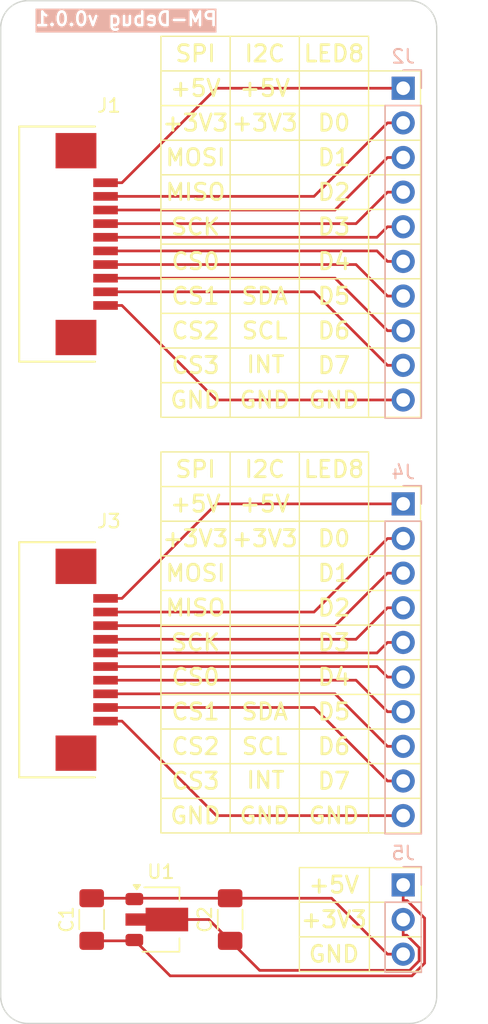
<source format=kicad_pcb>
(kicad_pcb (version 20240108) (generator "pcbnew") (generator_version "8.0")
  (layers (0 "F.Cu" signal) (31 "B.Cu" signal) (34 "B.Paste" user) (35 "F.Paste" user) (36 "B.SilkS" user "B.Silkscreen") (37 "F.SilkS" user "F.Silkscreen") (38 "B.Mask" user) (39 "F.Mask" user) (44 "Edge.Cuts" user))
  (property "article" "PM-Debug")
  (property "version" "0.0.1")
  (net 0 "")
  (net 1 "Net-(J1-Pin_9)")
  (net 2 "Net-(J1-Pin_1)")
  (net 3 "Net-(J1-Pin_7)")
  (net 4 "Net-(J1-Pin_4)")
  (net 5 "Net-(J1-Pin_6)")
  (net 6 "Net-(J1-Pin_3)")
  (net 7 "Net-(J1-Pin_10)")
  (net 8 "Net-(J1-Pin_8)")
  (net 9 "Net-(J1-Pin_5)")
  (net 10 "Net-(J1-Pin_2)")
  (net 11 "Net-(J3-Pin_4)")
  (net 12 "Net-(J3-Pin_7)")
  (net 13 "Net-(J3-Pin_2)")
  (net 14 "Net-(J3-Pin_1)")
  (net 15 "Net-(J3-Pin_6)")
  (net 16 "Net-(J3-Pin_8)")
  (net 17 "Net-(J3-Pin_3)")
  (net 18 "Net-(J3-Pin_9)")
  (net 19 "Net-(J3-Pin_5)")
  (net 20 "GND")
  (net 21 "+5V")
  (net 22 "+3.3V")
  (net 23 "Net-(J3-Pin_10)")
  (footprint "Package_TO_SOT_SMD:SOT-89-3" (layer "F.Cu") (at 111.76 119.38)
    (property "Reference" "U1" (at 0 -3.5 0) (layer "F.SilkS"))
    (property "Value" "CJA1117B-3.3")
    (fp_line (start -1.22 -2.36) (end 1.36 -2.36) (stroke (width 0.12)) (layer "F.SilkS"))
    (fp_line (start 1.36 -1.38) (end 1.36 -2.36) (stroke (width 0.12)) (layer "F.SilkS"))
    (fp_line (start 1.36 1.38) (end 1.36 2.36) (stroke (width 0.12)) (layer "F.SilkS"))
    (fp_line (start 1.36 2.36) (end -1.36 2.36) (stroke (width 0.12)) (layer "F.SilkS"))
    (fp_poly (pts (xy -1.77 -2.21) (xy -2.01 -2.54) (xy -1.53 -2.54) (xy -1.77 -2.21)) (stroke (width 0.12)) (fill solid) (layer "F.SilkS"))
    (pad "1" smd roundrect (at -1.95 -1.5) (size 1.3 0.9) (layers "F.Cu" "F.Paste" "F.Mask") (net 20 "GND"))
    (pad "2" smd custom (at -1.8625 0) (size 1.475 0.9) (layers "F.Cu" "F.Paste" "F.Mask") (net 22 "+3.3V") (options (clearance outline) (anchor rect)) (primitives (gr_poly (pts (xy 3.8625 0.8665) (xy 0.7375 0.8665) (xy 0.7375 -0.8665) (xy 3.8625 -0.8665)) (width 0) (fill yes))))
    (pad "3" smd roundrect (at -1.95 1.5) (size 1.3 0.9) (layers "F.Cu" "F.Paste" "F.Mask") (net 21 "+5V"))
  )
  (footprint "Capacitor_SMD:C_1206_3216Metric_Pad1.33x1.80mm_HandSolder" (layer "F.Cu") (at 116.84 119.38 90)
    (property "Reference" "C2" (at 0 -1.85 90) (layer "F.SilkS"))
    (property "Value" "22uF")
    (fp_line (start -0.711252 -0.91) (end 0.711252 -0.91) (stroke (width 0.12)) (layer "F.SilkS"))
    (fp_line (start -0.711252 0.91) (end 0.711252 0.91) (stroke (width 0.12)) (layer "F.SilkS"))
    (pad "1" smd roundrect (at -1.5625 0 90) (size 1.325 1.8) (layers "F.Cu" "F.Paste" "F.Mask") (roundrect_rratio 0.188679) (net 22 "+3.3V"))
    (pad "2" smd roundrect (at 1.5625 0 90) (size 1.325 1.8) (layers "F.Cu" "F.Paste" "F.Mask") (roundrect_rratio 0.188679) (net 20 "GND"))
  )
  (footprint "kicad_inventree_lib:CONN10_AFA07-S10_JUS" (layer "F.Cu") (at 104.14 69.85 -90)
    (property "Reference" "J1" (at -10.16 -3.81 0) (layer "F.SilkS"))
    (property "Value" "AFA07-S10FCC-00")
    (fp_line (start -8.6233 2.7813) (end 8.6233 2.7813) (stroke (width 0.1524)) (layer "F.SilkS"))
    (fp_line (start 8.6233 2.7813) (end 8.6233 -2.7813) (stroke (width 0.1524)) (layer "F.SilkS"))
    (fp_line (start -8.6233 -2.7813) (end -8.6233 2.7813) (stroke (width 0.1524)) (layer "F.SilkS"))
    (pad "1" smd rect (at -4.499991 -3.556 270) (size 0.635 1.8034) (layers "F.Cu" "F.Paste" "F.Mask") (net 2 "Net-(J1-Pin_1)"))
    (pad "2" smd rect (at -3.499993 -3.556 270) (size 0.635 1.8034) (layers "F.Cu" "F.Paste" "F.Mask") (net 10 "Net-(J1-Pin_2)"))
    (pad "3" smd rect (at -2.499995 -3.556 270) (size 0.635 1.8034) (layers "F.Cu" "F.Paste" "F.Mask") (net 6 "Net-(J1-Pin_3)"))
    (pad "4" smd rect (at -1.499997 -3.556 270) (size 0.635 1.8034) (layers "F.Cu" "F.Paste" "F.Mask") (net 4 "Net-(J1-Pin_4)"))
    (pad "5" smd rect (at -0.499999 -3.556 270) (size 0.635 1.8034) (layers "F.Cu" "F.Paste" "F.Mask") (net 9 "Net-(J1-Pin_5)"))
    (pad "6" smd rect (at 0.499999 -3.556 270) (size 0.635 1.8034) (layers "F.Cu" "F.Paste" "F.Mask") (net 5 "Net-(J1-Pin_6)"))
    (pad "7" smd rect (at 1.499997 -3.556 270) (size 0.635 1.8034) (layers "F.Cu" "F.Paste" "F.Mask") (net 3 "Net-(J1-Pin_7)"))
    (pad "8" smd rect (at 2.499995 -3.556 270) (size 0.635 1.8034) (layers "F.Cu" "F.Paste" "F.Mask") (net 8 "Net-(J1-Pin_8)"))
    (pad "9" smd rect (at 3.499993 -3.556 270) (size 0.635 1.8034) (layers "F.Cu" "F.Paste" "F.Mask") (net 1 "Net-(J1-Pin_9)"))
    (pad "10" smd rect (at 4.499991 -3.556 270) (size 0.635 1.8034) (layers "F.Cu" "F.Paste" "F.Mask") (net 7 "Net-(J1-Pin_10)"))
    (pad "11" smd rect (at -6.850002 -1.385999 270) (size 2.5908 2.9972) (layers "F.Cu" "F.Paste" "F.Mask"))
    (pad "12" smd rect (at 6.850002 -1.385999 270) (size 2.5908 2.9972) (layers "F.Cu" "F.Paste" "F.Mask"))
  )
  (footprint "Capacitor_SMD:C_1206_3216Metric_Pad1.33x1.80mm_HandSolder" (layer "F.Cu") (at 106.68 119.38 90)
    (property "Reference" "C1" (at 0 -1.85 90) (layer "F.SilkS"))
    (property "Value" "10uF")
    (fp_line (start -0.711252 -0.91) (end 0.711252 -0.91) (stroke (width 0.12)) (layer "F.SilkS"))
    (fp_line (start -0.711252 0.91) (end 0.711252 0.91) (stroke (width 0.12)) (layer "F.SilkS"))
    (pad "1" smd roundrect (at -1.5625 0 90) (size 1.325 1.8) (layers "F.Cu" "F.Paste" "F.Mask") (roundrect_rratio 0.188679) (net 21 "+5V"))
    (pad "2" smd roundrect (at 1.5625 0 90) (size 1.325 1.8) (layers "F.Cu" "F.Paste" "F.Mask") (roundrect_rratio 0.188679) (net 20 "GND"))
  )
  (footprint "kicad_inventree_lib:CONN10_AFA07-S10_JUS" (layer "F.Cu") (at 104.14 100.33 -90)
    (property "Reference" "J3" (at -10.16 -3.81 0) (layer "F.SilkS"))
    (property "Value" "AFA07-S10FCC-00")
    (fp_line (start -8.6233 2.7813) (end 8.6233 2.7813) (stroke (width 0.1524)) (layer "F.SilkS"))
    (fp_line (start 8.6233 2.7813) (end 8.6233 -2.7813) (stroke (width 0.1524)) (layer "F.SilkS"))
    (fp_line (start -8.6233 -2.7813) (end -8.6233 2.7813) (stroke (width 0.1524)) (layer "F.SilkS"))
    (pad "1" smd rect (at -4.499991 -3.556 270) (size 0.635 1.8034) (layers "F.Cu" "F.Paste" "F.Mask") (net 14 "Net-(J3-Pin_1)"))
    (pad "2" smd rect (at -3.499993 -3.556 270) (size 0.635 1.8034) (layers "F.Cu" "F.Paste" "F.Mask") (net 13 "Net-(J3-Pin_2)"))
    (pad "3" smd rect (at -2.499995 -3.556 270) (size 0.635 1.8034) (layers "F.Cu" "F.Paste" "F.Mask") (net 17 "Net-(J3-Pin_3)"))
    (pad "4" smd rect (at -1.499997 -3.556 270) (size 0.635 1.8034) (layers "F.Cu" "F.Paste" "F.Mask") (net 11 "Net-(J3-Pin_4)"))
    (pad "5" smd rect (at -0.499999 -3.556 270) (size 0.635 1.8034) (layers "F.Cu" "F.Paste" "F.Mask") (net 19 "Net-(J3-Pin_5)"))
    (pad "6" smd rect (at 0.499999 -3.556 270) (size 0.635 1.8034) (layers "F.Cu" "F.Paste" "F.Mask") (net 15 "Net-(J3-Pin_6)"))
    (pad "7" smd rect (at 1.499997 -3.556 270) (size 0.635 1.8034) (layers "F.Cu" "F.Paste" "F.Mask") (net 12 "Net-(J3-Pin_7)"))
    (pad "8" smd rect (at 2.499995 -3.556 270) (size 0.635 1.8034) (layers "F.Cu" "F.Paste" "F.Mask") (net 16 "Net-(J3-Pin_8)"))
    (pad "9" smd rect (at 3.499993 -3.556 270) (size 0.635 1.8034) (layers "F.Cu" "F.Paste" "F.Mask") (net 18 "Net-(J3-Pin_9)"))
    (pad "10" smd rect (at 4.499991 -3.556 270) (size 0.635 1.8034) (layers "F.Cu" "F.Paste" "F.Mask") (net 23 "Net-(J3-Pin_10)"))
    (pad "11" smd rect (at -6.850002 -1.385999 270) (size 2.5908 2.9972) (layers "F.Cu" "F.Paste" "F.Mask"))
    (pad "12" smd rect (at 6.850002 -1.385999 270) (size 2.5908 2.9972) (layers "F.Cu" "F.Paste" "F.Mask"))
  )
  (footprint "Connector_PinHeader_2.54mm:PinHeader_1x10_P2.54mm_Vertical" (layer "B.Cu") (at 129.54 58.42 180)
    (property "Reference" "J2" (at 0 2.33 0) (layer "B.SilkS") (effects (justify mirror)))
    (property "Value" "Conn_01x10_Pin")
    (fp_line (start 1.33 -1.27) (end -1.33 -1.27) (stroke (width 0.12)) (layer "B.SilkS"))
    (fp_line (start 1.33 -24.19) (end 1.33 -1.27) (stroke (width 0.12)) (layer "B.SilkS"))
    (fp_line (start 1.33 -24.19) (end -1.33 -24.19) (stroke (width 0.12)) (layer "B.SilkS"))
    (fp_line (start 0 1.33) (end -1.33 1.33) (stroke (width 0.12)) (layer "B.SilkS"))
    (fp_line (start -1.33 1.33) (end -1.33 0) (stroke (width 0.12)) (layer "B.SilkS"))
    (fp_line (start -1.33 -24.19) (end -1.33 -1.27) (stroke (width 0.12)) (layer "B.SilkS"))
    (pad "1" thru_hole rect (at 0 0 180) (size 1.7 1.7) (drill 1) (layers "*.Cu" "*.Mask") (net 2 "Net-(J1-Pin_1)"))
    (pad "2" thru_hole oval (at 0 -2.54 180) (size 1.7 1.7) (drill 1) (layers "*.Cu" "*.Mask") (net 10 "Net-(J1-Pin_2)"))
    (pad "3" thru_hole oval (at 0 -5.08 180) (size 1.7 1.7) (drill 1) (layers "*.Cu" "*.Mask") (net 6 "Net-(J1-Pin_3)"))
    (pad "4" thru_hole oval (at 0 -7.62 180) (size 1.7 1.7) (drill 1) (layers "*.Cu" "*.Mask") (net 4 "Net-(J1-Pin_4)"))
    (pad "5" thru_hole oval (at 0 -10.16 180) (size 1.7 1.7) (drill 1) (layers "*.Cu" "*.Mask") (net 9 "Net-(J1-Pin_5)"))
    (pad "6" thru_hole oval (at 0 -12.7 180) (size 1.7 1.7) (drill 1) (layers "*.Cu" "*.Mask") (net 5 "Net-(J1-Pin_6)"))
    (pad "7" thru_hole oval (at 0 -15.24 180) (size 1.7 1.7) (drill 1) (layers "*.Cu" "*.Mask") (net 3 "Net-(J1-Pin_7)"))
    (pad "8" thru_hole oval (at 0 -17.78 180) (size 1.7 1.7) (drill 1) (layers "*.Cu" "*.Mask") (net 8 "Net-(J1-Pin_8)"))
    (pad "9" thru_hole oval (at 0 -20.32 180) (size 1.7 1.7) (drill 1) (layers "*.Cu" "*.Mask") (net 1 "Net-(J1-Pin_9)"))
    (pad "10" thru_hole oval (at 0 -22.86 180) (size 1.7 1.7) (drill 1) (layers "*.Cu" "*.Mask") (net 7 "Net-(J1-Pin_10)"))
  )
  (footprint "Connector_PinHeader_2.54mm:PinHeader_1x10_P2.54mm_Vertical" (layer "B.Cu") (at 129.54 88.9 180)
    (property "Reference" "J4" (at 0 2.33 0) (layer "B.SilkS") (effects (justify mirror)))
    (property "Value" "Conn_01x10_Pin")
    (fp_line (start 1.33 -1.27) (end -1.33 -1.27) (stroke (width 0.12)) (layer "B.SilkS"))
    (fp_line (start 1.33 -24.19) (end 1.33 -1.27) (stroke (width 0.12)) (layer "B.SilkS"))
    (fp_line (start 1.33 -24.19) (end -1.33 -24.19) (stroke (width 0.12)) (layer "B.SilkS"))
    (fp_line (start 0 1.33) (end -1.33 1.33) (stroke (width 0.12)) (layer "B.SilkS"))
    (fp_line (start -1.33 1.33) (end -1.33 0) (stroke (width 0.12)) (layer "B.SilkS"))
    (fp_line (start -1.33 -24.19) (end -1.33 -1.27) (stroke (width 0.12)) (layer "B.SilkS"))
    (pad "1" thru_hole rect (at 0 0 180) (size 1.7 1.7) (drill 1) (layers "*.Cu" "*.Mask") (net 14 "Net-(J3-Pin_1)"))
    (pad "2" thru_hole oval (at 0 -2.54 180) (size 1.7 1.7) (drill 1) (layers "*.Cu" "*.Mask") (net 13 "Net-(J3-Pin_2)"))
    (pad "3" thru_hole oval (at 0 -5.08 180) (size 1.7 1.7) (drill 1) (layers "*.Cu" "*.Mask") (net 17 "Net-(J3-Pin_3)"))
    (pad "4" thru_hole oval (at 0 -7.62 180) (size 1.7 1.7) (drill 1) (layers "*.Cu" "*.Mask") (net 11 "Net-(J3-Pin_4)"))
    (pad "5" thru_hole oval (at 0 -10.16 180) (size 1.7 1.7) (drill 1) (layers "*.Cu" "*.Mask") (net 19 "Net-(J3-Pin_5)"))
    (pad "6" thru_hole oval (at 0 -12.7 180) (size 1.7 1.7) (drill 1) (layers "*.Cu" "*.Mask") (net 15 "Net-(J3-Pin_6)"))
    (pad "7" thru_hole oval (at 0 -15.24 180) (size 1.7 1.7) (drill 1) (layers "*.Cu" "*.Mask") (net 12 "Net-(J3-Pin_7)"))
    (pad "8" thru_hole oval (at 0 -17.78 180) (size 1.7 1.7) (drill 1) (layers "*.Cu" "*.Mask") (net 16 "Net-(J3-Pin_8)"))
    (pad "9" thru_hole oval (at 0 -20.32 180) (size 1.7 1.7) (drill 1) (layers "*.Cu" "*.Mask") (net 18 "Net-(J3-Pin_9)"))
    (pad "10" thru_hole oval (at 0 -22.86 180) (size 1.7 1.7) (drill 1) (layers "*.Cu" "*.Mask") (net 23 "Net-(J3-Pin_10)"))
  )
  (footprint "Connector_PinHeader_2.54mm:PinHeader_1x03_P2.54mm_Vertical" (layer "B.Cu") (at 129.54 116.84 180)
    (property "Reference" "J5" (at 0 2.33 0) (layer "B.SilkS") (effects (justify mirror)))
    (property "Value" "Conn_01x03_Pin")
    (fp_line (start 1.33 -1.27) (end -1.33 -1.27) (stroke (width 0.12)) (layer "B.SilkS"))
    (fp_line (start 1.33 -6.41) (end 1.33 -1.27) (stroke (width 0.12)) (layer "B.SilkS"))
    (fp_line (start 1.33 -6.41) (end -1.33 -6.41) (stroke (width 0.12)) (layer "B.SilkS"))
    (fp_line (start 0 1.33) (end -1.33 1.33) (stroke (width 0.12)) (layer "B.SilkS"))
    (fp_line (start -1.33 1.33) (end -1.33 0) (stroke (width 0.12)) (layer "B.SilkS"))
    (fp_line (start -1.33 -6.41) (end -1.33 -1.27) (stroke (width 0.12)) (layer "B.SilkS"))
    (pad "1" thru_hole rect (at 0 0 180) (size 1.7 1.7) (drill 1) (layers "*.Cu" "*.Mask") (net 21 "+5V"))
    (pad "2" thru_hole oval (at 0 -2.54 180) (size 1.7 1.7) (drill 1) (layers "*.Cu" "*.Mask") (net 22 "+3.3V"))
    (pad "3" thru_hole oval (at 0 -5.08 180) (size 1.7 1.7) (drill 1) (layers "*.Cu" "*.Mask") (net 20 "GND"))
  )
  (gr_rect (start 111.76 107.95) (end 130.81 110.49) (stroke (width 0.1)) (fill none) (layer "F.SilkS"))
  (gr_rect (start 121.92 120.65) (end 130.87 123.19) (stroke (width 0.1)) (fill none) (layer "F.SilkS"))
  (gr_line (start 121.92 54.61) (end 121.92 82.55) (stroke (width 0.1)) (layer "F.SilkS"))
  (gr_rect (start 111.76 90.17) (end 130.81 92.71) (stroke (width 0.1)) (fill none) (layer "F.SilkS"))
  (gr_rect (start 111.76 69.85) (end 130.81 72.39) (stroke (width 0.1)) (fill none) (layer "F.SilkS"))
  (gr_rect (start 111.76 92.71) (end 130.81 95.25) (stroke (width 0.1)) (fill none) (layer "F.SilkS"))
  (gr_rect (start 111.76 67.31) (end 130.81 69.85) (stroke (width 0.1)) (fill none) (layer "F.SilkS"))
  (gr_rect (start 111.76 105.41) (end 130.81 107.95) (stroke (width 0.1)) (fill none) (layer "F.SilkS"))
  (gr_rect (start 111.76 95.25) (end 130.81 97.79) (stroke (width 0.1)) (fill none) (layer "F.SilkS"))
  (gr_rect (start 111.76 80.01) (end 130.81 82.55) (stroke (width 0.1)) (fill none) (layer "F.SilkS"))
  (gr_line (start 127 54.61) (end 127 82.55) (stroke (width 0.1)) (layer "F.SilkS"))
  (gr_rect (start 111.76 64.77) (end 130.81 67.31) (stroke (width 0.1)) (fill none) (layer "F.SilkS"))
  (gr_rect (start 121.92 115.57) (end 130.87 118.11) (stroke (width 0.1)) (fill none) (layer "F.SilkS"))
  (gr_line (start 127.06 115.57) (end 127.06 123.19) (stroke (width 0.1)) (layer "F.SilkS"))
  (gr_rect (start 111.76 77.47) (end 130.81 80.01) (stroke (width 0.1)) (fill none) (layer "F.SilkS"))
  (gr_rect (start 111.76 100.33) (end 130.81 102.87) (stroke (width 0.1)) (fill none) (layer "F.SilkS"))
  (gr_line (start 111.76 54.61) (end 111.76 82.55) (stroke (width 0.1)) (layer "F.SilkS"))
  (gr_rect (start 111.76 72.39) (end 130.81 74.93) (stroke (width 0.1)) (fill none) (layer "F.SilkS"))
  (gr_line (start 116.84 85.09) (end 116.84 113.03) (stroke (width 0.1)) (layer "F.SilkS"))
  (gr_line (start 111.76 85.09) (end 111.76 113.03) (stroke (width 0.1)) (layer "F.SilkS"))
  (gr_line (start 116.84 54.61) (end 116.84 82.55) (stroke (width 0.1)) (layer "F.SilkS"))
  (gr_rect (start 111.76 62.23) (end 130.81 64.77) (stroke (width 0.1)) (fill none) (layer "F.SilkS"))
  (gr_rect (start 111.76 59.69) (end 130.81 62.23) (stroke (width 0.1)) (fill none) (layer "F.SilkS"))
  (gr_line (start 111.76 54.61) (end 127 54.61) (stroke (width 0.1)) (layer "F.SilkS"))
  (gr_rect (start 111.76 57.15) (end 130.81 59.69) (stroke (width 0.1)) (fill none) (layer "F.SilkS"))
  (gr_rect (start 111.76 110.49) (end 130.81 113.03) (stroke (width 0.1)) (fill none) (layer "F.SilkS"))
  (gr_rect (start 111.76 74.93) (end 130.81 77.47) (stroke (width 0.1)) (fill none) (layer "F.SilkS"))
  (gr_rect (start 121.92 118.11) (end 130.87 120.65) (stroke (width 0.1)) (fill none) (layer "F.SilkS"))
  (gr_rect (start 111.76 102.87) (end 130.81 105.41) (stroke (width 0.1)) (fill none) (layer "F.SilkS"))
  (gr_rect (start 111.76 87.63) (end 130.81 90.17) (stroke (width 0.1)) (fill none) (layer "F.SilkS"))
  (gr_line (start 127 85.09) (end 127 113.03) (stroke (width 0.1)) (layer "F.SilkS"))
  (gr_line (start 111.76 85.09) (end 127 85.09) (stroke (width 0.1)) (layer "F.SilkS"))
  (gr_rect (start 111.76 97.79) (end 130.81 100.33) (stroke (width 0.1)) (fill none) (layer "F.SilkS"))
  (gr_line (start 121.92 85.09) (end 121.92 113.03) (stroke (width 0.1)) (layer "F.SilkS"))
  (gr_arc (start 100 54) (mid 100.585786 52.585786) (end 102 52) (stroke (width 0.1)) (layer "Edge.Cuts"))
  (gr_arc (start 130 52) (mid 131.414214 52.585786) (end 132 54) (stroke (width 0.1)) (layer "Edge.Cuts"))
  (gr_line (start 130 127) (end 102 127) (stroke (width 0.1)) (layer "Edge.Cuts"))
  (gr_line (start 100 125) (end 100 54) (stroke (width 0.1)) (layer "Edge.Cuts"))
  (gr_arc (start 132 125) (mid 131.414214 126.414214) (end 130 127) (stroke (width 0.1)) (layer "Edge.Cuts"))
  (gr_arc (start 102 127) (mid 100.585786 126.414214) (end 100 125) (stroke (width 0.1)) (layer "Edge.Cuts"))
  (gr_line (start 132 54) (end 132 125) (stroke (width 0.1)) (layer "Edge.Cuts"))
  (gr_line (start 102 52) (end 130 52) (stroke (width 0.1)) (layer "Edge.Cuts"))
  (gr_text "${article} v${version}" (at 109.22 53.34 0) (layer "B.SilkS" knockout) (effects (font (size 1 1) (thickness 0.2) (bold yes)) (justify mirror)))
  (gr_text "CS3" (at 114.3 78.74 0) (layer "F.SilkS") (effects (font (size 1.2 1.2) (thickness 0.2) (bold yes))))
  (gr_text "+3V3" (at 119.38 60.96 0) (layer "F.SilkS") (effects (font (size 1.2 1.2) (thickness 0.2) (bold yes))))
  (gr_text "MISO" (at 114.3 66.04 0) (layer "F.SilkS") (effects (font (size 1.2 1.2) (thickness 0.2) (bold yes))))
  (gr_text "CS1" (at 114.3 104.14 0) (layer "F.SilkS") (effects (font (size 1.2 1.2) (thickness 0.2) (bold yes))))
  (gr_text "MISO" (at 114.3 96.52 0) (layer "F.SilkS") (effects (font (size 1.2 1.2) (thickness 0.2) (bold yes))))
  (gr_text "SPI" (at 114.3 55.88 0) (layer "F.SilkS") (effects (font (size 1.2 1.2) (thickness 0.2) (bold yes))))
  (gr_text "SDA" (at 119.38 73.66 0) (layer "F.SilkS") (effects (font (size 1.2 1.2) (thickness 0.2) (bold yes))))
  (gr_text "GND" (at 124.46 121.92 0) (layer "F.SilkS") (effects (font (size 1.2 1.2) (thickness 0.2) (bold yes))))
  (gr_text "+3V3" (at 114.3 91.44 0) (layer "F.SilkS") (effects (font (size 1.2 1.2) (thickness 0.2) (bold yes))))
  (gr_text "D0" (at 124.46 91.44 0) (layer "F.SilkS") (effects (font (size 1.2 1.2) (thickness 0.2) (bold yes))))
  (gr_text "D4" (at 124.46 71.12 0) (layer "F.SilkS") (effects (font (size 1.2 1.2) (thickness 0.2) (bold yes))))
  (gr_text "GND" (at 124.46 81.28 0) (layer "F.SilkS") (effects (font (size 1.2 1.2) (thickness 0.2) (bold yes))))
  (gr_text "+5V" (at 124.46 116.84 0) (layer "F.SilkS") (effects (font (size 1.2 1.2) (thickness 0.2) (bold yes))))
  (gr_text "D2" (at 124.46 66.04 0) (layer "F.SilkS") (effects (font (size 1.2 1.2) (thickness 0.2) (bold yes))))
  (gr_text "+5V" (at 119.38 58.42 0) (layer "F.SilkS") (effects (font (size 1.2 1.2) (thickness 0.2) (bold yes))))
  (gr_text "CS2" (at 114.3 106.68 0) (layer "F.SilkS") (effects (font (size 1.2 1.2) (thickness 0.2) (bold yes))))
  (gr_text "INT" (at 119.437299 109.161265 0) (layer "F.SilkS") (effects (font (size 1.2 1.2) (thickness 0.2) (bold yes))))
  (gr_text "CS1" (at 114.3 73.66 0) (layer "F.SilkS") (effects (font (size 1.2 1.2) (thickness 0.2) (bold yes))))
  (gr_text "INT" (at 119.437299 78.681265 0) (layer "F.SilkS") (effects (font (size 1.2 1.2) (thickness 0.2) (bold yes))))
  (gr_text "LED8" (at 124.46 55.88 0) (layer "F.SilkS") (effects (font (size 1.2 1.2) (thickness 0.2) (bold yes))))
  (gr_text "+5V" (at 114.3 88.9 0) (layer "F.SilkS") (effects (font (size 1.2 1.2) (thickness 0.2) (bold yes))))
  (gr_text "CS0" (at 114.3 71.12 0) (layer "F.SilkS") (effects (font (size 1.2 1.2) (thickness 0.2) (bold yes))))
  (gr_text "D6" (at 124.46 76.2 0) (layer "F.SilkS") (effects (font (size 1.2 1.2) (thickness 0.2) (bold yes))))
  (gr_text "MOSI" (at 114.3 63.5 0) (layer "F.SilkS") (effects (font (size 1.2 1.2) (thickness 0.2) (bold yes))))
  (gr_text "CS0" (at 114.3 101.6 0) (layer "F.SilkS") (effects (font (size 1.2 1.2) (thickness 0.2) (bold yes))))
  (gr_text "D1" (at 124.46 63.5 0) (layer "F.SilkS") (effects (font (size 1.2 1.2) (thickness 0.2) (bold yes))))
  (gr_text "SCK" (at 114.3 99.06 0) (layer "F.SilkS") (effects (font (size 1.2 1.2) (thickness 0.2) (bold yes))))
  (gr_text "D5" (at 124.46 104.14 0) (layer "F.SilkS") (effects (font (size 1.2 1.2) (thickness 0.2) (bold yes))))
  (gr_text "D4" (at 124.46 101.6 0) (layer "F.SilkS") (effects (font (size 1.2 1.2) (thickness 0.2) (bold yes))))
  (gr_text "D2" (at 124.46 96.52 0) (layer "F.SilkS") (effects (font (size 1.2 1.2) (thickness 0.2) (bold yes))))
  (gr_text "D1" (at 124.46 93.98 0) (layer "F.SilkS") (effects (font (size 1.2 1.2) (thickness 0.2) (bold yes))))
  (gr_text "D5" (at 124.46 73.66 0) (layer "F.SilkS") (effects (font (size 1.2 1.2) (thickness 0.2) (bold yes))))
  (gr_text "I2C" (at 119.38 86.36 0) (layer "F.SilkS") (effects (font (size 1.2 1.2) (thickness 0.2) (bold yes))))
  (gr_text "CS2" (at 114.3 76.2 0) (layer "F.SilkS") (effects (font (size 1.2 1.2) (thickness 0.2) (bold yes))))
  (gr_text "+3V3" (at 114.3 60.96 0) (layer "F.SilkS") (effects (font (size 1.2 1.2) (thickness 0.2) (bold yes))))
  (gr_text "SDA" (at 119.38 104.14 0) (layer "F.SilkS") (effects (font (size 1.2 1.2) (thickness 0.2) (bold yes))))
  (gr_text "+5V" (at 119.38 88.9 0) (layer "F.SilkS") (effects (font (size 1.2 1.2) (thickness 0.2) (bold yes))))
  (gr_text "SCL" (at 119.38 76.2 0) (layer "F.SilkS") (effects (font (size 1.2 1.2) (thickness 0.2) (bold yes))))
  (gr_text "SCL" (at 119.38 106.68 0) (layer "F.SilkS") (effects (font (size 1.2 1.2) (thickness 0.2) (bold yes))))
  (gr_text "+3V3" (at 124.46 119.38 0) (layer "F.SilkS") (effects (font (size 1.2 1.2) (thickness 0.2) (bold yes))))
  (gr_text "GND" (at 119.38 81.28 0) (layer "F.SilkS") (effects (font (size 1.2 1.2) (thickness 0.2) (bold yes))))
  (gr_text "GND" (at 114.3 81.28 0) (layer "F.SilkS") (effects (font (size 1.2 1.2) (thickness 0.2) (bold yes))))
  (gr_text "I2C" (at 119.38 55.88 0) (layer "F.SilkS") (effects (font (size 1.2 1.2) (thickness 0.2) (bold yes))))
  (gr_text "CS3" (at 114.3 109.22 0) (layer "F.SilkS") (effects (font (size 1.2 1.2) (thickness 0.2) (bold yes))))
  (gr_text "MOSI" (at 114.3 93.98 0) (layer "F.SilkS") (effects (font (size 1.2 1.2) (thickness 0.2) (bold yes))))
  (gr_text "D0" (at 124.46 60.96 0) (layer "F.SilkS") (effects (font (size 1.2 1.2) (thickness 0.2) (bold yes))))
  (gr_text "+3V3" (at 119.38 91.44 0) (layer "F.SilkS") (effects (font (size 1.2 1.2) (thickness 0.2) (bold yes))))
  (gr_text "SCK" (at 114.3 68.58 0) (layer "F.SilkS") (effects (font (size 1.2 1.2) (thickness 0.2) (bold yes))))
  (gr_text "D7" (at 124.46 78.74 0) (layer "F.SilkS") (effects (font (size 1.2 1.2) (thickness 0.2) (bold yes))))
  (gr_text "GND" (at 124.46 111.76 0) (layer "F.SilkS") (effects (font (size 1.2 1.2) (thickness 0.2) (bold yes))))
  (gr_text "GND" (at 114.3 111.76 0) (layer "F.SilkS") (effects (font (size 1.2 1.2) (thickness 0.2) (bold yes))))
  (gr_text "D3" (at 124.46 68.58 0) (layer "F.SilkS") (effects (font (size 1.2 1.2) (thickness 0.2) (bold yes))))
  (gr_text "SPI" (at 114.3 86.36 0) (layer "F.SilkS") (effects (font (size 1.2 1.2) (thickness 0.2) (bold yes))))
  (gr_text "LED8" (at 124.46 86.36 0) (layer "F.SilkS") (effects (font (size 1.2 1.2) (thickness 0.2) (bold yes))))
  (gr_text "D7" (at 124.46 109.22 0) (layer "F.SilkS") (effects (font (size 1.2 1.2) (thickness 0.2) (bold yes))))
  (gr_text "D6" (at 124.46 106.68 0) (layer "F.SilkS") (effects (font (size 1.2 1.2) (thickness 0.2) (bold yes))))
  (gr_text "+5V" (at 114.3 58.42 0) (layer "F.SilkS") (effects (font (size 1.2 1.2) (thickness 0.2) (bold yes))))
  (gr_text "D3" (at 124.46 99.06 0) (layer "F.SilkS") (effects (font (size 1.2 1.2) (thickness 0.2) (bold yes))))
  (gr_text "GND" (at 119.38 111.76 0) (layer "F.SilkS") (effects (font (size 1.2 1.2) (thickness 0.2) (bold yes))))
  (segment (start 128.3883 78.74) (end 122.9983 73.35) (width 0.2) (layer "F.Cu") (net 1))
  (segment (start 122.9983 73.35) (end 107.696 73.35) (width 0.2) (layer "F.Cu") (net 1))
  (segment (start 129.54 78.74) (end 128.3883 78.74) (width 0.2) (layer "F.Cu") (net 1))
  (segment (start 107.696 65.35) (end 108.8994 65.35) (width 0.2) (layer "F.Cu") (net 2))
  (segment (start 115.8294 58.42) (end 108.8994 65.35) (width 0.2) (layer "F.Cu") (net 2))
  (segment (start 129.54 58.42) (end 115.8294 58.42) (width 0.2) (layer "F.Cu") (net 2))
  (segment (start 129.54 73.66) (end 128.3883 73.66) (width 0.2) (layer "F.Cu") (net 3))
  (segment (start 107.696 71.35) (end 126.0783 71.35) (width 0.2) (layer "F.Cu") (net 3))
  (segment (start 126.0783 71.35) (end 128.3883 73.66) (width 0.2) (layer "F.Cu") (net 3))
  (segment (start 129.54 66.04) (end 128.3883 66.04) (width 0.2) (layer "F.Cu") (net 4))
  (segment (start 128.3883 66.04) (end 126.0783 68.35) (width 0.2) (layer "F.Cu") (net 4))
  (segment (start 126.0783 68.35) (end 107.696 68.35) (width 0.2) (layer "F.Cu") (net 4))
  (segment (start 127.6183 70.35) (end 107.696 70.35) (width 0.2) (layer "F.Cu") (net 5))
  (segment (start 129.54 71.12) (end 128.3883 71.12) (width 0.2) (layer "F.Cu") (net 5))
  (segment (start 128.3883 71.12) (end 127.6183 70.35) (width 0.2) (layer "F.Cu") (net 5))
  (segment (start 124.5383 67.35) (end 107.696 67.35) (width 0.2) (layer "F.Cu") (net 6))
  (segment (start 128.3883 63.5) (end 124.5383 67.35) (width 0.2) (layer "F.Cu") (net 6))
  (segment (start 129.54 63.5) (end 128.3883 63.5) (width 0.2) (layer "F.Cu") (net 6))
  (segment (start 129.54 81.28) (end 115.8294 81.28) (width 0.2) (layer "F.Cu") (net 7))
  (segment (start 115.8294 81.28) (end 108.8994 74.35) (width 0.2) (layer "F.Cu") (net 7))
  (segment (start 107.696 74.35) (end 108.8994 74.35) (width 0.2) (layer "F.Cu") (net 7))
  (segment (start 124.5383 72.35) (end 128.3883 76.2) (width 0.2) (layer "F.Cu") (net 8))
  (segment (start 129.54 76.2) (end 128.3883 76.2) (width 0.2) (layer "F.Cu") (net 8))
  (segment (start 107.696 72.35) (end 124.5383 72.35) (width 0.2) (layer "F.Cu") (net 8))
  (segment (start 128.3883 68.58) (end 127.6183 69.35) (width 0.2) (layer "F.Cu") (net 9))
  (segment (start 129.54 68.58) (end 128.3883 68.58) (width 0.2) (layer "F.Cu") (net 9))
  (segment (start 127.6183 69.35) (end 107.696 69.35) (width 0.2) (layer "F.Cu") (net 9))
  (segment (start 128.3883 60.96) (end 122.9983 66.35) (width 0.2) (layer "F.Cu") (net 10))
  (segment (start 122.9983 66.35) (end 107.696 66.35) (width 0.2) (layer "F.Cu") (net 10))
  (segment (start 129.54 60.96) (end 128.3883 60.96) (width 0.2) (layer "F.Cu") (net 10))
  (segment (start 126.0783 98.83) (end 128.3883 96.52) (width 0.2) (layer "F.Cu") (net 11))
  (segment (start 107.696 98.83) (end 126.0783 98.83) (width 0.2) (layer "F.Cu") (net 11))
  (segment (start 129.54 96.52) (end 128.3883 96.52) (width 0.2) (layer "F.Cu") (net 11))
  (segment (start 107.696 101.83) (end 126.0783 101.83) (width 0.2) (layer "F.Cu") (net 12))
  (segment (start 129.54 104.14) (end 128.3883 104.14) (width 0.2) (layer "F.Cu") (net 12))
  (segment (start 126.0783 101.83) (end 128.3883 104.14) (width 0.2) (layer "F.Cu") (net 12))
  (segment (start 129.54 91.44) (end 128.3883 91.44) (width 0.2) (layer "F.Cu") (net 13))
  (segment (start 107.696 96.83) (end 122.9983 96.83) (width 0.2) (layer "F.Cu") (net 13))
  (segment (start 122.9983 96.83) (end 128.3883 91.44) (width 0.2) (layer "F.Cu") (net 13))
  (segment (start 108.8994 95.83) (end 115.8294 88.9) (width 0.2) (layer "F.Cu") (net 14))
  (segment (start 115.8294 88.9) (end 129.54 88.9) (width 0.2) (layer "F.Cu") (net 14))
  (segment (start 107.696 95.83) (end 108.8994 95.83) (width 0.2) (layer "F.Cu") (net 14))
  (segment (start 129.54 101.6) (end 128.3883 101.6) (width 0.2) (layer "F.Cu") (net 15))
  (segment (start 127.6183 100.83) (end 128.3883 101.6) (width 0.2) (layer "F.Cu") (net 15))
  (segment (start 107.696 100.83) (end 127.6183 100.83) (width 0.2) (layer "F.Cu") (net 15))
  (segment (start 124.5383 102.83) (end 128.3883 106.68) (width 0.2) (layer "F.Cu") (net 16))
  (segment (start 107.696 102.83) (end 124.5383 102.83) (width 0.2) (layer "F.Cu") (net 16))
  (segment (start 129.54 106.68) (end 128.3883 106.68) (width 0.2) (layer "F.Cu") (net 16))
  (segment (start 129.54 93.98) (end 128.3883 93.98) (width 0.2) (layer "F.Cu") (net 17))
  (segment (start 124.5383 97.83) (end 128.3883 93.98) (width 0.2) (layer "F.Cu") (net 17))
  (segment (start 107.696 97.83) (end 124.5383 97.83) (width 0.2) (layer "F.Cu") (net 17))
  (segment (start 129.54 109.22) (end 128.3883 109.22) (width 0.2) (layer "F.Cu") (net 18))
  (segment (start 107.696 103.83) (end 122.9983 103.83) (width 0.2) (layer "F.Cu") (net 18))
  (segment (start 122.9983 103.83) (end 128.3883 109.22) (width 0.2) (layer "F.Cu") (net 18))
  (segment (start 127.6183 99.83) (end 128.3883 99.06) (width 0.2) (layer "F.Cu") (net 19))
  (segment (start 129.54 99.06) (end 128.3883 99.06) (width 0.2) (layer "F.Cu") (net 19))
  (segment (start 107.696 99.83) (end 127.6183 99.83) (width 0.2) (layer "F.Cu") (net 19))
  (segment (start 116.84 117.8175) (end 109.8725 117.8175) (width 0.2) (layer "F.Cu") (net 20))
  (segment (start 109.7475 117.8175) (end 109.81 117.88) (width 0.2) (layer "F.Cu") (net 20))
  (segment (start 128.3883 121.92) (end 124.2858 117.8175) (width 0.2) (layer "F.Cu") (net 20))
  (segment (start 129.54 121.92) (end 128.3883 121.92) (width 0.2) (layer "F.Cu") (net 20))
  (segment (start 106.68 117.8175) (end 109.7475 117.8175) (width 0.2) (layer "F.Cu") (net 20))
  (segment (start 109.8725 117.8175) (end 109.81 117.88) (width 0.2) (layer "F.Cu") (net 20))
  (segment (start 124.2858 117.8175) (end 116.84 117.8175) (width 0.2) (layer "F.Cu") (net 20))
  (segment (start 131.11 119.2738) (end 129.8279 117.9917) (width 0.2) (layer "F.Cu") (net 21))
  (segment (start 109.7475 120.9425) (end 109.81 120.88) (width 0.2) (layer "F.Cu") (net 21))
  (segment (start 131.11 122.5811) (end 131.11 119.2738) (width 0.2) (layer "F.Cu") (net 21))
  (segment (start 112.4397 123.5097) (end 130.1814 123.5097) (width 0.2) (layer "F.Cu") (net 21))
  (segment (start 129.8279 117.9917) (end 129.54 117.9917) (width 0.2) (layer "F.Cu") (net 21))
  (segment (start 130.1814 123.5097) (end 131.11 122.5811) (width 0.2) (layer "F.Cu") (net 21))
  (segment (start 129.54 116.84) (end 129.54 117.9917) (width 0.2) (layer "F.Cu") (net 21))
  (segment (start 109.81 120.88) (end 112.4397 123.5097) (width 0.2) (layer "F.Cu") (net 21))
  (segment (start 106.68 120.9425) (end 109.7475 120.9425) (width 0.2) (layer "F.Cu") (net 21))
  (segment (start 130.7083 121.4364) (end 130.7083 122.4148) (width 0.2) (layer "F.Cu") (net 22))
  (segment (start 109.8975 119.38) (end 115.2775 119.38) (width 0.2) (layer "F.Cu") (net 22))
  (segment (start 119.0055 123.108) (end 116.84 120.9425) (width 0.2) (layer "F.Cu") (net 22))
  (segment (start 130.0151 123.108) (end 119.0055 123.108) (width 0.2) (layer "F.Cu") (net 22))
  (segment (start 129.54 120.5317) (end 129.8036 120.5317) (width 0.2) (layer "F.Cu") (net 22))
  (segment (start 129.54 119.38) (end 129.54 120.5317) (width 0.2) (layer "F.Cu") (net 22))
  (segment (start 115.2775 119.38) (end 116.84 120.9425) (width 0.2) (layer "F.Cu") (net 22))
  (segment (start 129.8036 120.5317) (end 130.7083 121.4364) (width 0.2) (layer "F.Cu") (net 22))
  (segment (start 130.7083 122.4148) (end 130.0151 123.108) (width 0.2) (layer "F.Cu") (net 22))
  (segment (start 107.696 104.83) (end 108.8994 104.83) (width 0.2) (layer "F.Cu") (net 23))
  (segment (start 108.8994 104.83) (end 115.8294 111.76) (width 0.2) (layer "F.Cu") (net 23))
  (segment (start 115.8294 111.76) (end 129.54 111.76) (width 0.2) (layer "F.Cu") (net 23))
)
</source>
